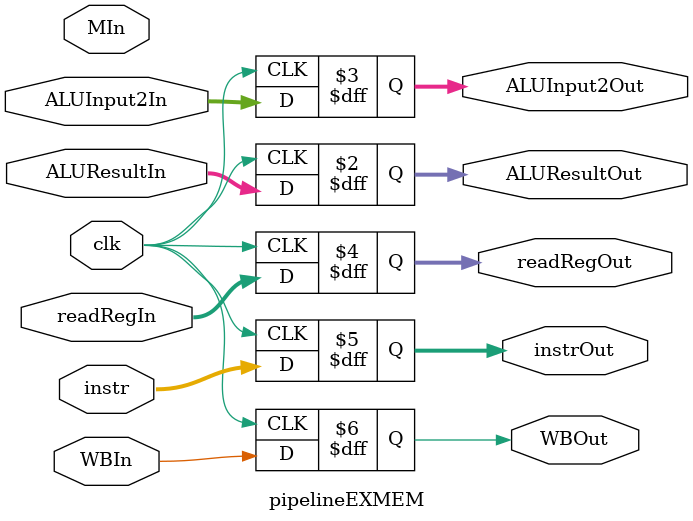
<source format=v>
module pipelineEXMEM(
input [31:0] ALUResultIn,
input [31:0] ALUInput2In,
//input [4:0] readReg1
input [4:0] readRegIn,
output reg [31:0] ALUResultOut,
output reg [31:0] ALUInput2Out,
output reg [4:0] readRegOut,
input [31:0] instr,
output reg [31:0] instrOut, 
input WBIn,
input MIn,
output reg WBOut,
input clk
); 

//normal operation
always @ (posedge clk) 
begin 
ALUResultOut = ALUResultIn;
ALUInput2Out = ALUInput2In;
readRegOut = readRegIn;
WBOut = WBIn;
instrOut = instr;
end 

//hazard


endmodule
</source>
